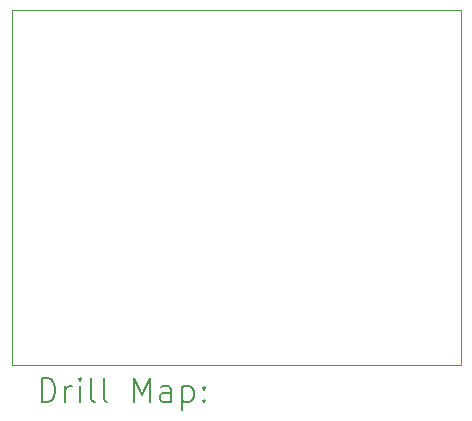
<source format=gbr>
%FSLAX45Y45*%
G04 Gerber Fmt 4.5, Leading zero omitted, Abs format (unit mm)*
G04 Created by KiCad (PCBNEW (6.0.5-0)) date 2022-05-25 22:39:22*
%MOMM*%
%LPD*%
G01*
G04 APERTURE LIST*
%TA.AperFunction,Profile*%
%ADD10C,0.100000*%
%TD*%
%ADD11C,0.200000*%
G04 APERTURE END LIST*
D10*
X12200000Y-8400000D02*
X16000000Y-8400000D01*
X16000000Y-8400000D02*
X16000000Y-11400000D01*
X16000000Y-11400000D02*
X12200000Y-11400000D01*
X12200000Y-11400000D02*
X12200000Y-8400000D01*
D11*
X12452619Y-11715476D02*
X12452619Y-11515476D01*
X12500238Y-11515476D01*
X12528809Y-11525000D01*
X12547857Y-11544048D01*
X12557381Y-11563095D01*
X12566905Y-11601190D01*
X12566905Y-11629762D01*
X12557381Y-11667857D01*
X12547857Y-11686905D01*
X12528809Y-11705952D01*
X12500238Y-11715476D01*
X12452619Y-11715476D01*
X12652619Y-11715476D02*
X12652619Y-11582143D01*
X12652619Y-11620238D02*
X12662143Y-11601190D01*
X12671667Y-11591667D01*
X12690714Y-11582143D01*
X12709762Y-11582143D01*
X12776428Y-11715476D02*
X12776428Y-11582143D01*
X12776428Y-11515476D02*
X12766905Y-11525000D01*
X12776428Y-11534524D01*
X12785952Y-11525000D01*
X12776428Y-11515476D01*
X12776428Y-11534524D01*
X12900238Y-11715476D02*
X12881190Y-11705952D01*
X12871667Y-11686905D01*
X12871667Y-11515476D01*
X13005000Y-11715476D02*
X12985952Y-11705952D01*
X12976428Y-11686905D01*
X12976428Y-11515476D01*
X13233571Y-11715476D02*
X13233571Y-11515476D01*
X13300238Y-11658333D01*
X13366905Y-11515476D01*
X13366905Y-11715476D01*
X13547857Y-11715476D02*
X13547857Y-11610714D01*
X13538333Y-11591667D01*
X13519286Y-11582143D01*
X13481190Y-11582143D01*
X13462143Y-11591667D01*
X13547857Y-11705952D02*
X13528809Y-11715476D01*
X13481190Y-11715476D01*
X13462143Y-11705952D01*
X13452619Y-11686905D01*
X13452619Y-11667857D01*
X13462143Y-11648809D01*
X13481190Y-11639286D01*
X13528809Y-11639286D01*
X13547857Y-11629762D01*
X13643095Y-11582143D02*
X13643095Y-11782143D01*
X13643095Y-11591667D02*
X13662143Y-11582143D01*
X13700238Y-11582143D01*
X13719286Y-11591667D01*
X13728809Y-11601190D01*
X13738333Y-11620238D01*
X13738333Y-11677381D01*
X13728809Y-11696428D01*
X13719286Y-11705952D01*
X13700238Y-11715476D01*
X13662143Y-11715476D01*
X13643095Y-11705952D01*
X13824048Y-11696428D02*
X13833571Y-11705952D01*
X13824048Y-11715476D01*
X13814524Y-11705952D01*
X13824048Y-11696428D01*
X13824048Y-11715476D01*
X13824048Y-11591667D02*
X13833571Y-11601190D01*
X13824048Y-11610714D01*
X13814524Y-11601190D01*
X13824048Y-11591667D01*
X13824048Y-11610714D01*
M02*

</source>
